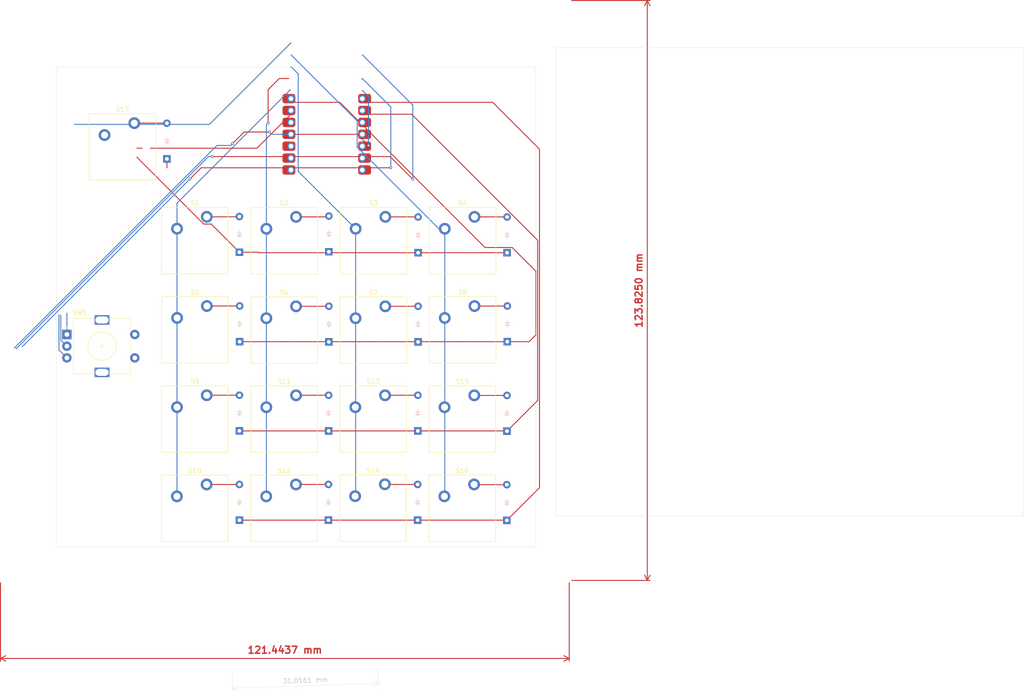
<source format=kicad_pcb>
(kicad_pcb (version 20240108) (generator "pcbnew") (generator_version "8.0")
  (title_block (title "Emre-HackPad") (date "2024-10-04") (company "Kluizenaren"))
  (layers (0 "F.Cu" signal) (31 "B.Cu" signal) (34 "B.Paste" user) (35 "F.Paste" user) (36 "B.SilkS" user "B.Silkscreen") (37 "F.SilkS" user "F.Silkscreen") (38 "B.Mask" user) (39 "F.Mask" user) (44 "Edge.Cuts" user))
  (net 0 "")
  (net 1 "Net-(D1-A)")
  (net 2 "Row0")
  (net 3 "Net-(D2-A)")
  (net 4 "Net-(D3-A)")
  (net 5 "Row1")
  (net 6 "Net-(D5-A)")
  (net 7 "Net-(D6-A)")
  (net 8 "Net-(D7-A)")
  (net 9 "Net-(D8-A)")
  (net 10 "Net-(D9-A)")
  (net 11 "Row2")
  (net 12 "Net-(D10-A)")
  (net 13 "Row3")
  (net 14 "Net-(D11-A)")
  (net 15 "Net-(D12-A)")
  (net 16 "Net-(D13-A)")
  (net 17 "Net-(D14-A)")
  (net 18 "Net-(D15-A)")
  (net 19 "Net-(D16-A)")
  (net 20 "Net-(D17-A)")
  (net 21 "GND")
  (net 22 "Column0")
  (net 23 "Column1")
  (net 24 "Column2")
  (net 25 "Column3")
  (net 26 "Column4")
  (net 27 "Net-(U1-PA6_A10_D10_MOSI)")
  (net 28 "Net-(U1-PA5_A9_D9_MISO)")
  (net 30 "Net-(D4-A)")
  (footprint "ScottoKeebs_MCU:Seeed_XIAO_RP2040" (layer "F.Cu") (at 110.13 59.53125)
    (property "Reference" "U1" (hide yes))
    (property "Value" "Seeed Studio XIAO SAMD21")
    (pad "1" smd roundrect (at -8.065 -7.62) (size 2.75 2) (layers "F.Cu" "F.Paste" "F.Mask") (net 26 "Column4"))
    (pad "1" thru_hole rect (at -7.62 -7.62 90) (size 1.6 1.6) (drill 1) (layers "*.Cu" "*.Mask") (net 26 "Column4"))
    (pad "2" smd roundrect (at -8.065 -5.08) (size 2.75 2) (layers "F.Cu" "F.Paste" "F.Mask") (net 25 "Column3"))
    (pad "2" thru_hole circle (at -7.62 -5.08 90) (size 1.6 1.6) (drill 1) (layers "*.Cu" "*.Mask") (net 25 "Column3"))
    (pad "3" smd roundrect (at -8.065 -2.54) (size 2.75 2) (layers "F.Cu" "F.Paste" "F.Mask") (net 24 "Column2"))
    (pad "3" thru_hole circle (at -7.62 -2.54 90) (size 1.6 1.6) (drill 1) (layers "*.Cu" "*.Mask") (net 24 "Column2"))
    (pad "4" smd roundrect (at -8.065 0) (size 2.75 2) (layers "F.Cu" "F.Paste" "F.Mask") (net 23 "Column1"))
    (pad "4" thru_hole circle (at -7.62 0 90) (size 1.6 1.6) (drill 1) (layers "*.Cu" "*.Mask") (net 23 "Column1"))
    (pad "5" smd roundrect (at -8.065 2.54) (size 2.75 2) (layers "F.Cu" "F.Paste" "F.Mask") (net 22 "Column0"))
    (pad "5" thru_hole circle (at -7.62 2.54 90) (size 1.6 1.6) (drill 1) (layers "*.Cu" "*.Mask") (net 22 "Column0"))
    (pad "6" smd roundrect (at -8.065 5.08) (size 2.75 2) (layers "F.Cu" "F.Paste" "F.Mask") (net 5 "Row1"))
    (pad "6" thru_hole circle (at -7.62 5.08 90) (size 1.6 1.6) (drill 1) (layers "*.Cu" "*.Mask") (net 5 "Row1"))
    (pad "7" smd roundrect (at -8.065 7.62) (size 2.75 2) (layers "F.Cu" "F.Paste" "F.Mask") (net 2 "Row0"))
    (pad "7" thru_hole circle (at -7.62 7.62 90) (size 1.6 1.6) (drill 1) (layers "*.Cu" "*.Mask") (net 2 "Row0"))
    (pad "8" thru_hole circle (at 7.62 7.62 90) (size 1.6 1.6) (drill 1) (layers "*.Cu" "*.Mask") (net 11 "Row2"))
    (pad "8" smd roundrect (at 8.1 7.62) (size 2.75 2) (layers "F.Cu" "F.Paste" "F.Mask") (net 11 "Row2"))
    (pad "9" thru_hole circle (at 7.62 5.08 90) (size 1.6 1.6) (drill 1) (layers "*.Cu" "*.Mask") (net 13 "Row3"))
    (pad "9" smd roundrect (at 8.1 5.08) (size 2.75 2) (layers "F.Cu" "F.Paste" "F.Mask") (net 13 "Row3"))
    (pad "10" thru_hole circle (at 7.62 2.54 90) (size 1.6 1.6) (drill 1) (layers "*.Cu" "*.Mask") (net 28 "Net-(U1-PA5_A9_D9_MISO)"))
    (pad "10" smd roundrect (at 8.1 2.54) (size 2.75 2) (layers "F.Cu" "F.Paste" "F.Mask") (net 28 "Net-(U1-PA5_A9_D9_MISO)"))
    (pad "11" thru_hole circle (at 7.62 0 90) (size 1.6 1.6) (drill 1) (layers "*.Cu" "*.Mask") (net 27 "Net-(U1-PA6_A10_D10_MOSI)"))
    (pad "11" smd roundrect (at 8.1 0) (size 2.75 2) (layers "F.Cu" "F.Paste" "F.Mask") (net 27 "Net-(U1-PA6_A10_D10_MOSI)"))
    (pad "12" thru_hole circle (at 7.62 -2.54 90) (size 1.6 1.6) (drill 1) (layers "*.Cu" "*.Mask"))
    (pad "12" smd roundrect (at 8.1 -2.54) (size 2.75 2) (layers "F.Cu" "F.Paste" "F.Mask"))
    (pad "13" thru_hole circle (at 7.62 -5.08 90) (size 1.6 1.6) (drill 1) (layers "*.Cu" "*.Mask") (net 21 "GND"))
    (pad "13" smd roundrect (at 8.1 -5.08) (size 2.75 2) (layers "F.Cu" "F.Paste" "F.Mask") (net 21 "GND"))
    (pad "14" thru_hole circle (at 7.62 -7.62 90) (size 1.6 1.6) (drill 1) (layers "*.Cu" "*.Mask"))
    (pad "14" smd roundrect (at 8.1 -7.62) (size 2.75 2) (layers "F.Cu" "F.Paste" "F.Mask"))
  )
  (footprint "ScottoKeebs_MX:MX_PCB_1.00u" (layer "F.Cu") (at 139.1092 120.3496)
    (property "Reference" "S15" (at 0 -8 0) (layer "F.SilkS"))
    (property "Value" "Keyswitch")
    (pad "" np_thru_hole circle (at -5.08 0) (size 1.75 1.75) (drill 1.75) (layers "*.Cu" "*.Mask"))
    (pad "" np_thru_hole circle (at 0 0) (size 4 4) (drill 4) (layers "*.Cu" "*.Mask"))
    (pad "" np_thru_hole circle (at 5.08 0) (size 1.75 1.75) (drill 1.75) (layers "*.Cu" "*.Mask"))
    (pad "1" thru_hole circle (at -3.81 -2.54) (size 2.5 2.5) (drill 1.5) (layers "*.Cu" "*.Mask") (net 25 "Column3"))
    (pad "2" thru_hole circle (at 2.54 -5.08) (size 2.5 2.5) (drill 1.5) (layers "*.Cu" "*.Mask") (net 18 "Net-(D15-A)"))
  )
  (footprint "ScottoKeebs_MX:MX_PCB_1.00u" (layer "F.Cu") (at 101.06 120.34)
    (property "Reference" "S11" (at 0 -8 0) (layer "F.SilkS"))
    (property "Value" "Keyswitch")
    (pad "" np_thru_hole circle (at -5.08 0) (size 1.75 1.75) (drill 1.75) (layers "*.Cu" "*.Mask"))
    (pad "" np_thru_hole circle (at 0 0) (size 4 4) (drill 4) (layers "*.Cu" "*.Mask"))
    (pad "" np_thru_hole circle (at 5.08 0) (size 1.75 1.75) (drill 1.75) (layers "*.Cu" "*.Mask"))
    (pad "1" thru_hole circle (at -3.81 -2.54) (size 2.5 2.5) (drill 1.5) (layers "*.Cu" "*.Mask") (net 23 "Column1"))
    (pad "2" thru_hole circle (at 2.54 -5.08) (size 2.5 2.5) (drill 1.5) (layers "*.Cu" "*.Mask") (net 14 "Net-(D11-A)"))
  )
  (footprint "ScottoKeebs_MX:MX_PCB_1.00u" (layer "F.Cu") (at 101.0354 139.38)
    (property "Reference" "S12" (at 0 -8 0) (layer "F.SilkS"))
    (property "Value" "Keyswitch")
    (pad "" np_thru_hole circle (at -5.08 0) (size 1.75 1.75) (drill 1.75) (layers "*.Cu" "*.Mask"))
    (pad "" np_thru_hole circle (at 0 0) (size 4 4) (drill 4) (layers "*.Cu" "*.Mask"))
    (pad "" np_thru_hole circle (at 5.08 0) (size 1.75 1.75) (drill 1.75) (layers "*.Cu" "*.Mask"))
    (pad "1" thru_hole circle (at -3.81 -2.54) (size 2.5 2.5) (drill 1.5) (layers "*.Cu" "*.Mask") (net 23 "Column1"))
    (pad "2" thru_hole circle (at 2.54 -5.08) (size 2.5 2.5) (drill 1.5) (layers "*.Cu" "*.Mask") (net 15 "Net-(D12-A)"))
  )
  (footprint "ScottoKeebs_MX:MX_PCB_1.00u" (layer "F.Cu") (at 81.9846 120.3296)
    (property "Reference" "S9" (at 0 -8 0) (layer "F.SilkS"))
    (property "Value" "Keyswitch")
    (pad "" np_thru_hole circle (at -5.08 0) (size 1.75 1.75) (drill 1.75) (layers "*.Cu" "*.Mask"))
    (pad "" np_thru_hole circle (at 0 0) (size 4 4) (drill 4) (layers "*.Cu" "*.Mask"))
    (pad "" np_thru_hole circle (at 5.08 0) (size 1.75 1.75) (drill 1.75) (layers "*.Cu" "*.Mask"))
    (pad "1" thru_hole circle (at -3.81 -2.54) (size 2.5 2.5) (drill 1.5) (layers "*.Cu" "*.Mask") (net 22 "Column0"))
    (pad "2" thru_hole circle (at 2.54 -5.08) (size 2.5 2.5) (drill 1.5) (layers "*.Cu" "*.Mask") (net 10 "Net-(D9-A)"))
  )
  (footprint "ScottoKeebs_MX:MX_PCB_1.00u" (layer "F.Cu") (at 82.01 101.28)
    (property "Reference" "S5" (at 0 -8 0) (layer "F.SilkS"))
    (property "Value" "Keyswitch")
    (pad "" np_thru_hole circle (at -5.08 0) (size 1.75 1.75) (drill 1.75) (layers "*.Cu" "*.Mask"))
    (pad "" np_thru_hole circle (at 0 0) (size 4 4) (drill 4) (layers "*.Cu" "*.Mask"))
    (pad "" np_thru_hole circle (at 5.08 0) (size 1.75 1.75) (drill 1.75) (layers "*.Cu" "*.Mask"))
    (pad "1" thru_hole circle (at -3.81 -2.54) (size 2.5 2.5) (drill 1.5) (layers "*.Cu" "*.Mask") (net 22 "Column0"))
    (pad "2" thru_hole circle (at 2.54 -5.08) (size 2.5 2.5) (drill 1.5) (layers "*.Cu" "*.Mask") (net 6 "Net-(D5-A)"))
  )
  (footprint "ScottoKeebs_MX:MX_PCB_1.00u" (layer "F.Cu") (at 120.125 82.24)
    (property "Reference" "S3" (at 0 -8 0) (layer "F.SilkS"))
    (property "Value" "Keyswitch")
    (pad "" np_thru_hole circle (at -5.08 0) (size 1.75 1.75) (drill 1.75) (layers "*.Cu" "*.Mask"))
    (pad "" np_thru_hole circle (at 0 0) (size 4 4) (drill 4) (layers "*.Cu" "*.Mask"))
    (pad "" np_thru_hole circle (at 5.08 0) (size 1.75 1.75) (drill 1.75) (layers "*.Cu" "*.Mask"))
    (pad "1" thru_hole circle (at -3.81 -2.54) (size 2.5 2.5) (drill 1.5) (layers "*.Cu" "*.Mask") (net 24 "Column2"))
    (pad "2" thru_hole circle (at 2.54 -5.08) (size 2.5 2.5) (drill 1.5) (layers "*.Cu" "*.Mask") (net 4 "Net-(D3-A)"))
  )
  (footprint "ScottoKeebs_MX:MX_PCB_1.00u" (layer "F.Cu") (at 101.06 101.34)
    (property "Reference" "S6" (at 0 -8 0) (layer "F.SilkS"))
    (property "Value" "Keyswitch")
    (pad "" np_thru_hole circle (at -5.08 0) (size 1.75 1.75) (drill 1.75) (layers "*.Cu" "*.Mask"))
    (pad "" np_thru_hole circle (at 0 0) (size 4 4) (drill 4) (layers "*.Cu" "*.Mask"))
    (pad "" np_thru_hole circle (at 5.08 0) (size 1.75 1.75) (drill 1.75) (layers "*.Cu" "*.Mask"))
    (pad "1" thru_hole circle (at -3.81 -2.54) (size 2.5 2.5) (drill 1.5) (layers "*.Cu" "*.Mask") (net 23 "Column1"))
    (pad "2" thru_hole circle (at 2.54 -5.08) (size 2.5 2.5) (drill 1.5) (layers "*.Cu" "*.Mask") (net 7 "Net-(D6-A)"))
  )
  (footprint "ScottoKeebs_MX:MX_PCB_1.00u" (layer "F.Cu") (at 101.0666 82.2452)
    (property "Reference" "S2" (at 0 -8 0) (layer "F.SilkS"))
    (property "Value" "Keyswitch")
    (pad "" np_thru_hole circle (at -5.08 0) (size 1.75 1.75) (drill 1.75) (layers "*.Cu" "*.Mask"))
    (pad "" np_thru_hole circle (at 0 0) (size 4 4) (drill 4) (layers "*.Cu" "*.Mask"))
    (pad "" np_thru_hole circle (at 5.08 0) (size 1.75 1.75) (drill 1.75) (layers "*.Cu" "*.Mask"))
    (pad "1" thru_hole circle (at -3.81 -2.54) (size 2.5 2.5) (drill 1.5) (layers "*.Cu" "*.Mask") (net 23 "Column1"))
    (pad "2" thru_hole circle (at 2.54 -5.08) (size 2.5 2.5) (drill 1.5) (layers "*.Cu" "*.Mask") (net 3 "Net-(D2-A)"))
  )
  (footprint "ScottoKeebs_MX:MX_PCB_1.00u" (layer "F.Cu") (at 120.0592 120.34)
    (property "Reference" "S13" (at 0 -8 0) (layer "F.SilkS"))
    (property "Value" "Keyswitch")
    (pad "" np_thru_hole circle (at -5.08 0) (size 1.75 1.75) (drill 1.75) (layers "*.Cu" "*.Mask"))
    (pad "" np_thru_hole circle (at 0 0) (size 4 4) (drill 4) (layers "*.Cu" "*.Mask"))
    (pad "" np_thru_hole circle (at 5.08 0) (size 1.75 1.75) (drill 1.75) (layers "*.Cu" "*.Mask"))
    (pad "1" thru_hole circle (at -3.81 -2.54) (size 2.5 2.5) (drill 1.5) (layers "*.Cu" "*.Mask") (net 24 "Column2"))
    (pad "2" thru_hole circle (at 2.54 -5.08) (size 2.5 2.5) (drill 1.5) (layers "*.Cu" "*.Mask") (net 16 "Net-(D13-A)"))
  )
  (footprint "Rotary_Encoder:RotaryEncoder_Alps_EC11E-Switch_Vertical_H20mm" (layer "F.Cu") (at 54.6625 102.275)
    (property "Reference" "SW1" (at 2.8 -4.7 0) (layer "F.SilkS"))
    (property "Value" "RotaryEncoder")
    (pad "A" thru_hole rect (at 0 0) (size 2 2) (drill 1) (layers "*.Cu" "*.Mask") (net 27 "Net-(U1-PA6_A10_D10_MOSI)"))
    (pad "B" thru_hole circle (at 0 5) (size 2 2) (drill 1) (layers "*.Cu" "*.Mask") (net 28 "Net-(U1-PA5_A9_D9_MISO)"))
    (pad "C" thru_hole circle (at 0 2.5) (size 2 2) (drill 1) (layers "*.Cu" "*.Mask") (net 21 "GND"))
    (pad "MP" thru_hole rect (at 7.5 -3.1) (size 3.2 2) (drill oval 2.8 1.5) (layers "*.Cu" "*.Mask"))
    (pad "MP" thru_hole rect (at 7.5 8.1) (size 3.2 2) (drill oval 2.8 1.5) (layers "*.Cu" "*.Mask"))
    (pad "S1" thru_hole circle (at 14.5 5) (size 2 2) (drill 1) (layers "*.Cu" "*.Mask"))
    (pad "S2" thru_hole circle (at 14.5 0) (size 2 2) (drill 1) (layers "*.Cu" "*.Mask"))
  )
  (footprint "ScottoKeebs_MX:MX_PCB_1.00u" (layer "F.Cu") (at 120.0192 139.34)
    (property "Reference" "S14" (at 0 -8 0) (layer "F.SilkS"))
    (property "Value" "Keyswitch")
    (pad "" np_thru_hole circle (at -5.08 0) (size 1.75 1.75) (drill 1.75) (layers "*.Cu" "*.Mask"))
    (pad "" np_thru_hole circle (at 0 0) (size 4 4) (drill 4) (layers "*.Cu" "*.Mask"))
    (pad "" np_thru_hole circle (at 5.08 0) (size 1.75 1.75) (drill 1.75) (layers "*.Cu" "*.Mask"))
    (pad "1" thru_hole circle (at -3.81 -2.54) (size 2.5 2.5) (drill 1.5) (layers "*.Cu" "*.Mask") (net 24 "Column2"))
    (pad "2" thru_hole circle (at 2.54 -5.08) (size 2.5 2.5) (drill 1.5) (layers "*.Cu" "*.Mask") (net 17 "Net-(D14-A)"))
  )
  (footprint "ScottoKeebs_MX:MX_PCB_1.00u" (layer "F.Cu") (at 81.96 139.38)
    (property "Reference" "S10" (at 0 -8 0) (layer "F.SilkS"))
    (property "Value" "Keyswitch")
    (pad "" np_thru_hole circle (at -5.08 0) (size 1.75 1.75) (drill 1.75) (layers "*.Cu" "*.Mask"))
    (pad "" np_thru_hole circle (at 0 0) (size 4 4) (drill 4) (layers "*.Cu" "*.Mask"))
    (pad "" np_thru_hole circle (at 5.08 0) (size 1.75 1.75) (drill 1.75) (layers "*.Cu" "*.Mask"))
    (pad "1" thru_hole circle (at -3.81 -2.54) (size 2.5 2.5) (drill 1.5) (layers "*.Cu" "*.Mask") (net 22 "Column0"))
    (pad "2" thru_hole circle (at 2.54 -5.08) (size 2.5 2.5) (drill 1.5) (layers "*.Cu" "*.Mask") (net 12 "Net-(D10-A)"))
  )
  (footprint "ScottoKeebs_MX:MX_PCB_1.00u" (layer "F.Cu") (at 139.16 82.24)
    (property "Reference" "S4" (at 0 -8 0) (layer "F.SilkS"))
    (property "Value" "Keyswitch")
    (pad "" np_thru_hole circle (at -5.08 0) (size 1.75 1.75) (drill 1.75) (layers "*.Cu" "*.Mask"))
    (pad "" np_thru_hole circle (at 0 0) (size 4 4) (drill 4) (layers "*.Cu" "*.Mask"))
    (pad "" np_thru_hole circle (at 5.08 0) (size 1.75 1.75) (drill 1.75) (layers "*.Cu" "*.Mask"))
    (pad "1" thru_hole circle (at -3.81 -2.54) (size 2.5 2.5) (drill 1.5) (layers "*.Cu" "*.Mask") (net 25 "Column3"))
    (pad "2" thru_hole circle (at 2.54 -5.08) (size 2.5 2.5) (drill 1.5) (layers "*.Cu" "*.Mask") (net 30 "Net-(D4-A)"))
  )
  (footprint "ScottoKeebs_MX:MX_PCB_1.00u" (layer "F.Cu") (at 139.16 101.29)
    (property "Reference" "S8" (at 0 -8 0) (layer "F.SilkS"))
    (property "Value" "Keyswitch")
    (pad "" np_thru_hole circle (at -5.08 0) (size 1.75 1.75) (drill 1.75) (layers "*.Cu" "*.Mask"))
    (pad "" np_thru_hole circle (at 0 0) (size 4 4) (drill 4) (layers "*.Cu" "*.Mask"))
    (pad "" np_thru_hole circle (at 5.08 0) (size 1.75 1.75) (drill 1.75) (layers "*.Cu" "*.Mask"))
    (pad "1" thru_hole circle (at -3.81 -2.54) (size 2.5 2.5) (drill 1.5) (layers "*.Cu" "*.Mask") (net 25 "Column3"))
    (pad "2" thru_hole circle (at 2.54 -5.08) (size 2.5 2.5) (drill 1.5) (layers "*.Cu" "*.Mask") (net 9 "Net-(D8-A)"))
  )
  (footprint "ScottoKeebs_MX:MX_PCB_1.00u" (layer "F.Cu") (at 81.9912 82.2288)
    (property "Reference" "S1" (at 0 -8 0) (layer "F.SilkS"))
    (property "Value" "Keyswitch")
    (pad "" np_thru_hole circle (at -5.08 0) (size 1.75 1.75) (drill 1.75) (layers "*.Cu" "*.Mask"))
    (pad "" np_thru_hole circle (at 0 0) (size 4 4) (drill 4) (layers "*.Cu" "*.Mask"))
    (pad "" np_thru_hole circle (at 5.08 0) (size 1.75 1.75) (drill 1.75) (layers "*.Cu" "*.Mask"))
    (pad "1" thru_hole circle (at -3.81 -2.54) (size 2.5 2.5) (drill 1.5) (layers "*.Cu" "*.Mask") (net 22 "Column0"))
    (pad "2" thru_hole circle (at 2.54 -5.08) (size 2.5 2.5) (drill 1.5) (layers "*.Cu" "*.Mask") (net 1 "Net-(D1-A)"))
  )
  (footprint "ScottoKeebs_MX:MX_PCB_1.00u" (layer "F.Cu") (at 120.11 101.34)
    (property "Reference" "S7" (at 0 -8 0) (layer "F.SilkS"))
    (property "Value" "Keyswitch")
    (pad "" np_thru_hole circle (at -5.08 0) (size 1.75 1.75) (drill 1.75) (layers "*.Cu" "*.Mask"))
    (pad "" np_thru_hole circle (at 0 0) (size 4 4) (drill 4) (layers "*.Cu" "*.Mask"))
    (pad "" np_thru_hole circle (at 5.08 0) (size 1.75 1.75) (drill 1.75) (layers "*.Cu" "*.Mask"))
    (pad "1" thru_hole circle (at -3.81 -2.54) (size 2.5 2.5) (drill 1.5) (layers "*.Cu" "*.Mask") (net 24 "Column2"))
    (pad "2" thru_hole circle (at 2.54 -5.08) (size 2.5 2.5) (drill 1.5) (layers "*.Cu" "*.Mask") (net 8 "Net-(D7-A)"))
  )
  (footprint "ScottoKeebs_MX:MX_PCB_1.00u" (layer "F.Cu") (at 139.0692 139.375)
    (property "Reference" "S16" (at 0 -8 0) (layer "F.SilkS"))
    (property "Value" "Keyswitch")
    (pad "" np_thru_hole circle (at -5.08 0) (size 1.75 1.75) (drill 1.75) (layers "*.Cu" "*.Mask"))
    (pad "" np_thru_hole circle (at 0 0) (size 4 4) (drill 4) (layers "*.Cu" "*.Mask"))
    (pad "" np_thru_hole circle (at 5.08 0) (size 1.75 1.75) (drill 1.75) (layers "*.Cu" "*.Mask"))
    (pad "1" thru_hole circle (at -3.81 -2.54) (size 2.5 2.5) (drill 1.5) (layers "*.Cu" "*.Mask") (net 25 "Column3"))
    (pad "2" thru_hole circle (at 2.54 -5.08) (size 2.5 2.5) (drill 1.5) (layers "*.Cu" "*.Mask") (net 19 "Net-(D16-A)"))
  )
  (footprint "ScottoKeebs_MX:MX_PCB_1.00u" (layer "F.Cu") (at 66.51625 62.23)
    (property "Reference" "S17" (at 0 -8 0) (layer "F.SilkS"))
    (property "Value" "Keyswitch")
    (pad "" np_thru_hole circle (at -5.08 0) (size 1.75 1.75) (drill 1.75) (layers "*.Cu" "*.Mask"))
    (pad "" np_thru_hole circle (at 0 0) (size 4 4) (drill 4) (layers "*.Cu" "*.Mask"))
    (pad "" np_thru_hole circle (at 5.08 0) (size 1.75 1.75) (drill 1.75) (layers "*.Cu" "*.Mask"))
    (pad "1" thru_hole circle (at -3.81 -2.54) (size 2.5 2.5) (drill 1.5) (layers "*.Cu" "*.Mask") (net 26 "Column4"))
    (pad "2" thru_hole circle (at 2.54 -5.08) (size 2.5 2.5) (drill 1.5) (layers "*.Cu" "*.Mask") (net 20 "Net-(D17-A)"))
  )
  (footprint "ScottoKeebs_Components:Diode_DO-35" (layer "B.Cu") (at 148.6 141.96 90)
    (property "Reference" "D16" (hide yes))
    (property "Value" "Diode" (hide yes))
    (pad "1" thru_hole rect (at 0 0 90) (size 1.6 1.6) (drill 0.8) (layers "*.Cu" "*.Mask") (net 13 "Row3"))
    (pad "2" thru_hole oval (at 7.62 0 90) (size 1.6 1.6) (drill 0.8) (layers "*.Cu" "*.Mask") (net 19 "Net-(D16-A)"))
  )
  (footprint "ScottoKeebs_Components:Diode_DO-35" (layer "B.Cu") (at 129.6 122.87 90)
    (property "Reference" "D13" (hide yes))
    (property "Value" "Diode" (hide yes))
    (pad "1" thru_hole rect (at 0 0 90) (size 1.6 1.6) (drill 0.8) (layers "*.Cu" "*.Mask") (net 11 "Row2"))
    (pad "2" thru_hole oval (at 7.62 0 90) (size 1.6 1.6) (drill 0.8) (layers "*.Cu" "*.Mask") (net 16 "Net-(D13-A)"))
  )
  (footprint "ScottoKeebs_Components:Diode_DO-35" (layer "B.Cu") (at 76.01885 64.7876 90)
    (property "Reference" "D17" (hide yes))
    (property "Value" "Diode" (hide yes))
    (pad "1" thru_hole rect (at 0 0 90) (size 1.6 1.6) (drill 0.8) (layers "*.Cu" "*.Mask") (net 2 "Row0"))
    (pad "2" thru_hole oval (at 7.62 0 90) (size 1.6 1.6) (drill 0.8) (layers "*.Cu" "*.Mask") (net 20 "Net-(D17-A)"))
  )
  (footprint "ScottoKeebs_Components:Diode_DO-35" (layer "B.Cu") (at 110.55 122.87 90)
    (property "Reference" "D11" (hide yes))
    (property "Value" "Diode" (hide yes))
    (pad "1" thru_hole rect (at 0 0 90) (size 1.6 1.6) (drill 0.8) (layers "*.Cu" "*.Mask") (net 11 "Row2"))
    (pad "2" thru_hole oval (at 7.62 0 90) (size 1.6 1.6) (drill 0.8) (layers "*.Cu" "*.Mask") (net 14 "Net-(D11-A)"))
  )
  (footprint "ScottoKeebs_Components:Diode_DO-35" (layer "B.Cu") (at 129.65 103.86 90)
    (property "Reference" "D7" (hide yes))
    (property "Value" "Diode" (hide yes))
    (pad "1" thru_hole rect (at 0 0 90) (size 1.6 1.6) (drill 0.8) (layers "*.Cu" "*.Mask") (net 5 "Row1"))
    (pad "2" thru_hole oval (at 7.62 0 90) (size 1.6 1.6) (drill 0.8) (layers "*.Cu" "*.Mask") (net 8 "Net-(D7-A)"))
  )
  (footprint "ScottoKeebs_Components:Diode_DO-35" (layer "B.Cu") (at 91.5 122.86 90)
    (property "Reference" "D9" (hide yes))
    (property "Value" "Diode" (hide yes))
    (pad "1" thru_hole rect (at 0 0 90) (size 1.6 1.6) (drill 0.8) (layers "*.Cu" "*.Mask") (net 11 "Row2"))
    (pad "2" thru_hole oval (at 7.62 0 90) (size 1.6 1.6) (drill 0.8) (layers "*.Cu" "*.Mask") (net 10 "Net-(D9-A)"))
  )
  (footprint "ScottoKeebs_Components:Diode_DO-35" (layer "B.Cu") (at 91.55 103.81 90)
    (property "Reference" "D5" (hide yes))
    (property "Value" "Diode" (hide yes))
    (pad "1" thru_hole rect (at 0 0 90) (size 1.6 1.6) (drill 0.8) (layers "*.Cu" "*.Mask") (net 5 "Row1"))
    (pad "2" thru_hole oval (at 7.62 0 90) (size 1.6 1.6) (drill 0.8) (layers "*.Cu" "*.Mask") (net 6 "Net-(D5-A)"))
  )
  (footprint "ScottoKeebs_Components:Diode_DO-35" (layer "B.Cu") (at 91.5 84.71 90)
    (property "Reference" "D1" (hide yes))
    (property "Value" "Diode" (hide yes))
    (pad "1" thru_hole rect (at 0 0 90) (size 1.6 1.6) (drill 0.8) (layers "*.Cu" "*.Mask") (net 2 "Row0"))
    (pad "2" thru_hole oval (at 7.62 0 90) (size 1.6 1.6) (drill 0.8) (layers "*.Cu" "*.Mask") (net 1 "Net-(D1-A)"))
  )
  (footprint "ScottoKeebs_Components:Diode_DO-35" (layer "B.Cu") (at 148.7 103.81 90)
    (property "Reference" "D8" (hide yes))
    (property "Value" "Diode" (hide yes))
    (pad "1" thru_hole rect (at 0 0 90) (size 1.6 1.6) (drill 0.8) (layers "*.Cu" "*.Mask") (net 5 "Row1"))
    (pad "2" thru_hole oval (at 7.62 0 90) (size 1.6 1.6) (drill 0.8) (layers "*.Cu" "*.Mask") (net 9 "Net-(D8-A)"))
  )
  (footprint "ScottoKeebs_Components:Diode_DO-35" (layer "B.Cu") (at 91.5 141.92 90)
    (property "Reference" "D10" (hide yes))
    (property "Value" "Diode" (hide yes))
    (pad "1" thru_hole rect (at 0 0 90) (size 1.6 1.6) (drill 0.8) (layers "*.Cu" "*.Mask") (net 13 "Row3"))
    (pad "2" thru_hole oval (at 7.62 0 90) (size 1.6 1.6) (drill 0.8) (layers "*.Cu" "*.Mask") (net 12 "Net-(D10-A)"))
  )
  (footprint "ScottoKeebs_Components:Diode_DO-35" (layer "B.Cu") (at 148.65 84.81 90)
    (property "Reference" "D4" (hide yes))
    (property "Value" "Diode" (hide yes))
    (pad "1" thru_hole rect (at 0 0 90) (size 1.6 1.6) (drill 0.8) (layers "*.Cu" "*.Mask") (net 2 "Row0"))
    (pad "2" thru_hole oval (at 7.62 0 90) (size 1.6 1.6) (drill 0.8) (layers "*.Cu" "*.Mask") (net 30 "Net-(D4-A)"))
  )
  (footprint "ScottoKeebs_Components:Diode_DO-35" (layer "B.Cu") (at 110.6 103.86 90)
    (property "Reference" "D6" (hide yes))
    (property "Value" "Diode" (hide yes))
    (pad "1" thru_hole rect (at 0 0 90) (size 1.6 1.6) (drill 0.8) (layers "*.Cu" "*.Mask") (net 5 "Row1"))
    (pad "2" thru_hole oval (at 7.62 0 90) (size 1.6 1.6) (drill 0.8) (layers "*.Cu" "*.Mask") (net 7 "Net-(D6-A)"))
  )
  (footprint "ScottoKeebs_Components:Diode_DO-35" (layer "B.Cu") (at 129.65 84.81 90)
    (property "Reference" "D3" (hide yes))
    (property "Value" "Diode" (hide yes))
    (pad "1" thru_hole rect (at 0 0 90) (size 1.6 1.6) (drill 0.8) (layers "*.Cu" "*.Mask") (net 2 "Row0"))
    (pad "2" thru_hole oval (at 7.62 0 90) (size 1.6 1.6) (drill 0.8) (layers "*.Cu" "*.Mask") (net 4 "Net-(D3-A)"))
  )
  (footprint "ScottoKeebs_Components:Diode_DO-35" (layer "B.Cu") (at 110.6 84.61 90)
    (property "Reference" "D2" (hide yes))
    (property "Value" "Diode" (hide yes))
    (pad "1" thru_hole rect (at 0 0 90) (size 1.6 1.6) (drill 0.8) (layers "*.Cu" "*.Mask") (net 2 "Row0"))
    (pad "2" thru_hole oval (at 7.62 0 90) (size 1.6 1.6) (drill 0.8) (layers "*.Cu" "*.Mask") (net 3 "Net-(D2-A)"))
  )
  (footprint "ScottoKeebs_Components:Diode_DO-35" (layer "B.Cu") (at 129.55 141.91 90)
    (property "Reference" "D14" (hide yes))
    (property "Value" "Diode" (hide yes))
    (pad "1" thru_hole rect (at 0 0 90) (size 1.6 1.6) (drill 0.8) (layers "*.Cu" "*.Mask") (net 13 "Row3"))
    (pad "2" thru_hole oval (at 7.62 0 90) (size 1.6 1.6) (drill 0.8) (layers "*.Cu" "*.Mask") (net 17 "Net-(D14-A)"))
  )
  (footprint "ScottoKeebs_Components:Diode_DO-35" (layer "B.Cu") (at 148.6292 122.91 90)
    (property "Reference" "D15" (hide yes))
    (property "Value" "Diode" (hide yes))
    (pad "1" thru_hole rect (at 0 0 90) (size 1.6 1.6) (drill 0.8) (layers "*.Cu" "*.Mask") (net 11 "Row2"))
    (pad "2" thru_hole oval (at 7.62 0 90) (size 1.6 1.6) (drill 0.8) (layers "*.Cu" "*.Mask") (net 18 "Net-(D15-A)"))
  )
  (footprint "ScottoKeebs_Components:Diode_DO-35" (layer "B.Cu") (at 110.5 141.91 90)
    (property "Reference" "D12" (hide yes))
    (property "Value" "Diode" (hide yes))
    (pad "1" thru_hole rect (at 0 0 90) (size 1.6 1.6) (drill 0.8) (layers "*.Cu" "*.Mask") (net 13 "Row3"))
    (pad "2" thru_hole oval (at 7.62 0 90) (size 1.6 1.6) (drill 0.8) (layers "*.Cu" "*.Mask") (net 15 "Net-(D12-A)"))
  )
  (gr_rect (start 159 41) (end 259 141) (stroke (width 0.05)) (fill none) (layer "Edge.Cuts"))
  (gr_rect (start 52.3875 45.24375) (end 154.78125 147.6375) (stroke (width 0.05)) (fill none) (layer "Edge.Cuts"))
  (dimension (type aligned) (layer "F.Cu") (pts (xy 161.925 30.95625) (xy 161.925 154.78125)) (height -16.66875) (gr_text "123,8250 mm" (at 176.79375 92.86875 90) (layer "F.Cu") (effects (font (size 1.5 1.5) (thickness 0.3)))) (format (prefix "") (suffix "") (units 3) (units_format 1) (precision 4)) (style (thickness 0.2) (arrow_length 1.27) (text_position_mode 0) (extension_height 0.58642) (extension_offset 0.5) keep_text_aligned))
  (dimension (type aligned) (layer "F.Cu") (pts (xy 161.925 154.78125) (xy 40.48125 154.78125)) (height -16.66875) (gr_text "121,4437 mm" (at 101.203125 169.65 0) (layer "F.Cu") (effects (font (size 1.5 1.5) (thickness 0.3)))) (format (prefix "") (suffix "") (units 3) (units_format 1) (precision 4)) (style (thickness 0.2) (arrow_length 1.27) (text_position_mode 0) (extension_height 0.58642) (extension_offset 0.5) keep_text_aligned))
  (dimension (type aligned) (layer "Edge.Cuts") (pts (xy 121 173) (xy 90 174)) (height -3.772392) (gr_text "31,0161 mm" (at 105.58455 176.121029 1.847610266) (layer "Edge.Cuts") (effects (font (size 1 1) (thickness 0.15)))) (format (prefix "") (suffix "") (units 3) (units_format 1) (precision 4)) (style (thickness 0.05) (arrow_length 1.27) (text_position_mode 0) (extension_height 0.58642) (extension_offset 0.5) keep_text_aligned))
  (segment (start 84.5312 77.1488) (end 91.4412 77.1488) (width 0.2) (layer "F.Cu") (net 1))
  (segment (start 91.4412 77.1488) (end 91.5 77.09) (width 0.2) (layer "F.Cu") (net 1))
  (segment (start 91.4412 77.1488) (end 91.5 77.09) (width 0.2) (layer "B.Cu") (net 1))
  (segment (start 85.4888 78.6988) (end 83.889168 78.6988) (width 0.2) (layer "F.Cu") (net 2))
  (segment (start 95.46 84.71) (end 91.5 84.71) (width 0.2) (layer "F.Cu") (net 2))
  (segment (start 102.966346 55.245) (end 102.065 55.245) (width 0.2) (layer "F.Cu") (net 2))
  (segment (start 95.56 84.81) (end 95.46 84.71) (width 0.2) (layer "F.Cu") (net 2))
  (segment (start 95.2474 62.5076) (end 102.51 55.245) (width 0.2) (layer "F.Cu") (net 2))
  (segment (start 148.65 84.81) (end 95.56 84.81) (width 0.2) (layer "F.Cu") (net 2))
  (segment (start 69.6026 62.5076) (end 95.2474 62.5076) (width 0.2) (layer "F.Cu") (net 2))
  (segment (start 83.889168 78.6988) (end 69.6026 64.412232) (width 0.2) (layer "F.Cu") (net 2))
  (segment (start 91.5 84.71) (end 85.4888 78.6988) (width 0.2) (layer "F.Cu") (net 2))
  (segment (start 76.01885 66.692232) (end 76.01885 64.7876) (width 0.2) (layer "F.Cu") (net 2))
  (segment (start 110.4248 77.1652) (end 110.6 76.99) (width 0.2) (layer "F.Cu") (net 3))
  (segment (start 103.6066 77.1652) (end 110.4248 77.1652) (width 0.2) (layer "F.Cu") (net 3))
  (segment (start 103.6348 77.1652) (end 103.81 76.99) (width 0.2) (layer "B.Cu") (net 3))
  (segment (start 103.6066 77.1652) (end 103.6348 77.1652) (width 0.2) (layer "B.Cu") (net 3))
  (segment (start 110.4248 77.1652) (end 110.6 76.99) (width 0.2) (layer "B.Cu") (net 3))
  (segment (start 122.665 77.16) (end 129.62 77.16) (width 0.2) (layer "F.Cu") (net 4))
  (segment (start 129.62 77.16) (end 129.65 77.19) (width 0.2) (layer "F.Cu") (net 4))
  (segment (start 122.665 77.145) (end 123.12 77.6) (width 0.2) (layer "B.Cu") (net 4))
  (segment (start 129.24 77.6) (end 129.65 77.19) (width 0.2) (layer "B.Cu") (net 4))
  (segment (start 129.455 77.145) (end 129.5 77.19) (width 0.2) (layer "B.Cu") (net 4))
  (segment (start 148.7 103.81) (end 153.365 103.81) (width 0.2) (layer "F.Cu") (net 5))
  (segment (start 102.51 52.705) (end 102.038642 52.705) (width 0.2) (layer "F.Cu") (net 5))
  (segment (start 112.948402 52.705) (end 102.065 52.705) (width 0.2) (layer "F.Cu") (net 5))
  (segment (start 154.78125 102.39375) (end 154.78125 88.74125) (width 0.2) (layer "F.Cu") (net 5))
  (segment (start 149.75 83.71) (end 143.953402 83.71) (width 0.2) (layer "F.Cu") (net 5))
  (segment (start 153.365 103.81) (end 154.78125 102.39375) (width 0.2) (layer "F.Cu") (net 5))
  (segment (start 154.78125 88.74125) (end 149.75 83.71) (width 0.2) (layer "F.Cu") (net 5))
  (segment (start 143.953402 83.71) (end 112.948402 52.705) (width 0.2) (layer "F.Cu") (net 5))
  (segment (start 91.55 103.81) (end 148.7 103.81) (width 0.2) (layer "F.Cu") (net 5))
  (segment (start 91.55 96.19) (end 84.56 96.19) (width 0.2) (layer "F.Cu") (net 6))
  (segment (start 84.56 96.19) (end 84.55 96.2) (width 0.2) (layer "F.Cu") (net 6))
  (segment (start 91.54 96.2) (end 91.55 96.19) (width 0.2) (layer "B.Cu") (net 6))
  (segment (start 103.6 96.26) (end 110.58 96.26) (width 0.2) (layer "F.Cu") (net 7))
  (segment (start 110.58 96.26) (end 110.6 96.24) (width 0.2) (layer "F.Cu") (net 7))
  (segment (start 110.58 96.26) (end 110.6 96.24) (width 0.2) (layer "B.Cu") (net 7))
  (segment (start 129.63 96.26) (end 129.65 96.24) (width 0.2) (layer "F.Cu") (net 8))
  (segment (start 122.65 96.26) (end 129.63 96.26) (width 0.2) (layer "F.Cu") (net 8))
  (segment (start 129.63 96.26) (end 129.65 96.24) (width 0.2) (layer "B.Cu") (net 8))
  (segment (start 148.68 96.21) (end 148.7 96.19) (width 0.2) (layer "F.Cu") (net 9))
  (segment (start 141.7 96.21) (end 148.68 96.21) (width 0.2) (layer "F.Cu") (net 9))
  (segment (start 148.68 96.21) (end 148.7 96.19) (width 0.2) (layer "B.Cu") (net 9))
  (segment (start 84.5342 115.24) (end 84.5246 115.2496) (width 0.2) (layer "F.Cu") (net 10))
  (segment (start 91.5 115.24) (end 84.5342 115.24) (width 0.2) (layer "F.Cu") (net 10))
  (segment (start 84.5342 115.24) (end 84.5246 115.2496) (width 0.2) (layer "B.Cu") (net 10))
  (segment (start 155.18125 116.35795) (end 155.18125 82.165615) (width 0.2) (layer "F.Cu") (net 11))
  (segment (start 91.5 122.86) (end 148.5792 122.86) (width 0.2) (layer "F.Cu") (net 11))
  (segment (start 148.5792 122.86) (end 148.6292 122.91) (width 0.2) (layer "F.Cu") (net 11))
  (segment (start 148.6292 122.91) (end 155.18125 116.35795) (width 0.2) (layer "F.Cu") (net 11))
  (segment (start 155.18125 82.165615) (end 128.260635 55.245) (width 0.2) (layer "F.Cu") (net 11))
  (segment (start 128.260635 55.245) (end 117.75 55.245) (width 0.2) (layer "F.Cu") (net 11))
  (segment (start 91.5 134.3) (end 84.5 134.3) (width 0.2) (layer "F.Cu") (net 12))
  (segment (start 155.58125 134.97875) (end 155.58125 62.7125) (width 0.2) (layer "F.Cu") (net 13))
  (segment (start 145.57375 52.705) (end 118.23 52.705) (width 0.2) (layer "F.Cu") (net 13))
  (segment (start 117.75 52.705) (end 118.88137 52.705) (width 0.2) (layer "F.Cu") (net 13))
  (segment (start 91.5 141.92) (end 148.56 141.92) (width 0.2) (layer "F.Cu") (net 13))
  (segment (start 148.56 141.92) (end 148.6 141.96) (width 0.2) (layer "F.Cu") (net 13))
  (segment (start 155.58125 62.7125) (end 145.57375 52.705) (width 0.2) (layer "F.Cu") (net 13))
  (segment (start 148.6 141.96) (end 155.58125 134.97875) (width 0.2) (layer "F.Cu") (net 13))
  (segment (start 103.61 115.25) (end 103.6 115.26) (width 0.2) (layer "F.Cu") (net 14))
  (segment (start 110.55 115.25) (end 103.61 115.25) (width 0.2) (layer "F.Cu") (net 14))
  (segment (start 103.61 115.25) (end 103.6 115.26) (width 0.2) (layer "B.Cu") (net 14))
  (segment (start 110.5 134.29) (end 103.5854 134.29) (width 0.2) (layer "F.Cu") (net 15))
  (segment (start 103.5854 134.29) (end 103.5754 134.3) (width 0.2) (layer "F.Cu") (net 15))
  (segment (start 103.5854 134.29) (end 103.5754 134.3) (width 0.2) (layer "B.Cu") (net 15))
  (segment (start 122.6092 115.25) (end 122.5992 115.26) (width 0.2) (layer "F.Cu") (net 16))
  (segment (start 129.6 115.25) (end 122.6092 115.25) (width 0.2) (layer "F.Cu") (net 16))
  (segment (start 129.59 115.26) (end 129.6 115.25) (width 0.2) (layer "B.Cu") (net 16))
  (segment (start 129.55 134.29) (end 122.5892 134.29) (width 0.2) (layer "F.Cu") (net 17))
  (segment (start 122.5892 134.29) (end 122.5592 134.26) (width 0.2) (layer "F.Cu") (net 17))
  (segment (start 122.5892 134.29) (end 122.5592 134.26) (width 0.2) (layer "B.Cu") (net 17))
  (segment (start 141.6696 115.29) (end 141.6492 115.2696) (width 0.2) (layer "F.Cu") (net 18))
  (segment (start 148.6292 115.29) (end 141.6696 115.29) (width 0.2) (layer "F.Cu") (net 18))
  (segment (start 141.6696 115.29) (end 141.6492 115.2696) (width 0.2) (layer "B.Cu") (net 18))
  (segment (start 141.6542 134.34) (end 141.6092 134.295) (width 0.2) (layer "F.Cu") (net 19))
  (segment (start 148.6 134.34) (end 141.6542 134.34) (width 0.2) (layer "F.Cu") (net 19))
  (segment (start 141.6542 134.34) (end 141.6092 134.295) (width 0.2) (layer "B.Cu") (net 19))
  (segment (start 69.05625 57.15) (end 76.00125 57.15) (width 0.2) (layer "F.Cu") (net 20))
  (segment (start 76.00125 57.15) (end 76.01885 57.1676) (width 0.2) (layer "F.Cu") (net 20))
  (segment (start 56.29 57.41) (end 85.105 57.41) (width 0.2) (layer "B.Cu") (net 20))
  (segment (start 76.00125 57.15) (end 76.01885 57.1676) (width 0.2) (layer "B.Cu") (net 20))
  (segment (start 85.105 57.41) (end 102.51 40.005) (width 0.2) (layer "B.Cu") (net 20))
  (segment (start 123.688622 64.29375) (end 128.519311 69.124439) (width 0.2) (layer "F.Cu") (net 21))
  (segment (start 85.725 64.29375) (end 123.688622 64.29375) (width 0.2) (layer "F.Cu") (net 21))
  (via (at 128.519311 69.124439) (size 0.6) (drill 0.3) (layers "F.Cu" "B.Cu") (net 21))
  (via (at 85.725 64.29375) (size 0.6) (drill 0.3) (layers "F.Cu" "B.Cu") (net 21))
  (segment (start 128.519311 69.124439) (end 128.519311 53.314311) (width 0.2) (layer "B.Cu") (net 21))
  (segment (start 54.6625 104.775) (end 53.3625 103.475) (width 0.2) (layer "B.Cu") (net 21))
  (segment (start 53.3625 103.475) (end 53.3625 98.188971) (width 0.2) (layer "B.Cu") (net 21))
  (segment (start 84.876471 64.29375) (end 85.725 64.29375) (width 0.2) (layer "B.Cu") (net 21))
  (segment (start 43.8375 105.332721) (end 84.876471 64.29375) (width 0.2) (layer "B.Cu") (net 21))
  (segment (start 128.519311 53.314311) (end 117.75 42.545) (width 0.2) (layer "B.Cu") (net 21))
  (segment (start 78.1812 136.8088) (end 78.15 136.84) (width 0.2) (layer "B.Cu") (net 22))
  (segment (start 78.1812 79.6888) (end 78.1812 74.2188) (width 0.2) (layer "B.Cu") (net 22))
  (segment (start 78.1812 79.6888) (end 78.1812 136.8088) (width 0.2) (layer "B.Cu") (net 22))
  (segment (start 78.1812 74.2188) (end 102.39375 50.00625) (width 0.2) (layer "B.Cu") (net 22))
  (segment (start 100.0125 47.625) (end 102.065 47.625) (width 0.2) (layer "F.Cu") (net 23))
  (segment (start 97.63125 50.00625) (end 100.0125 47.625) (width 0.2) (layer "F.Cu") (net 23))
  (segment (start 97.63125 57.15) (end 97.63125 50.00625) (width 0.2) (layer "F.Cu") (net 23))
  (via (at 97.63125 57.15) (size 0.6) (drill 0.3) (layers "F.Cu" "B.Cu") (net 23))
  (segment (start 97.2566 79.7052) (end 97.2566 80.58785) (width 0.2) (layer "B.Cu") (net 23))
  (segment (start 97.2566 79.7052) (end 97.2566 57.52465) (width 0.2) (layer "B.Cu") (net 23))
  (segment (start 97.2566 57.52465) (end 97.63125 57.15) (width 0.2) (layer "B.Cu") (net 23))
  (segment (start 97.2566 136.8088) (end 97.2254 136.84) (width 0.2) (layer "B.Cu") (net 23))
  (segment (start 97.2566 79.7052) (end 97.2566 136.8088) (width 0.2) (layer "B.Cu") (net 23))
  (segment (start 97.2566 80.58785) (end 97.63125 80.9625) (width 0.2) (layer "B.Cu") (net 23))
  (segment (start 116.315 79.7) (end 116.315 136.6942) (width 0.2) (layer "B.Cu") (net 24))
  (segment (start 116.315 79.7) (end 104.065635 67.450635) (width 0.2) (layer "B.Cu") (net 24))
  (segment (start 104.065635 67.450635) (end 104.065635 46.640635) (width 0.2) (layer "B.Cu") (net 24))
  (segment (start 116.315 136.6942) (end 116.2092 136.8) (width 0.2) (layer "B.Cu") (net 24))
  (segment (start 104.065635 46.640635) (end 102.51 45.085) (width 0.2) (layer "B.Cu") (net 24))
  (segment (start 135.35 80.9625) (end 135.35 136.7442) (width 0.2) (layer "B.Cu") (net 25))
  (segment (start 135.35 80.9625) (end 116.65 62.2625) (width 0.2) (layer "B.Cu") (net 25))
  (segment (start 116.65 62.2625) (end 116.65 56.685) (width 0.2) (layer "B.Cu") (net 25))
  (segment (start 135.35 79.7) (end 135.35 80.9625) (width 0.2) (layer "B.Cu") (net 25))
  (segment (start 116.65 56.685) (end 102.51 42.545) (width 0.2) (layer "B.Cu") (net 25))
  (segment (start 135.35 136.7442) (end 135.2592 136.835) (width 0.2) (layer "B.Cu") (net 25))
  (segment (start 80.9625 69.05625) (end 83.34375 66.675) (width 0.2) (layer "F.Cu") (net 27))
  (segment (start 83.34375 66.675) (end 123.825 66.675) (width 0.2) (layer "F.Cu") (net 27))
  (via (at 80.9625 69.05625) (size 0.6) (drill 0.3) (layers "F.Cu" "B.Cu") (net 27))
  (via (at 123.825 66.675) (size 0.6) (drill 0.3) (layers "F.Cu" "B.Cu") (net 27))
  (segment (start 54.6625 102.275) (end 54.6625 97.7375) (width 0.2) (layer "B.Cu") (net 27))
  (segment (start 123.825 53.7) (end 117.75 47.625) (width 0.2) (layer "B.Cu") (net 27))
  (segment (start 45.1375 104.88125) (end 80.9625 69.05625) (width 0.2) (layer "B.Cu") (net 27))
  (segment (start 117.75 47.625) (end 117.72 47.625) (width 0.2) (layer "B.Cu") (net 27))
  (segment (start 117.72 47.625) (end 117.65 47.695) (width 0.2) (layer "B.Cu") (net 27))
  (segment (start 123.825 66.675) (end 123.825 53.7) (width 0.2) (layer "B.Cu") (net 27))
  (segment (start 92.501598 59.049872) (end 97.8566 59.049872) (width 0.2) (layer "F.Cu") (net 28))
  (segment (start 102.39375 59.53125) (end 116.68125 59.53125) (width 0.2) (layer "F.Cu") (net 28))
  (segment (start 90.063235 61.488235) (end 92.501598 59.049872) (width 0.2) (layer "F.Cu") (net 28))
  (segment (start 116.68125 59.53125) (end 119.0625 61.9125) (width 0.2) (layer "F.Cu") (net 28))
  (via (at 90.063235 61.488235) (size 0.6) (drill 0.3) (layers "F.Cu" "B.Cu") (net 28))
  (via (at 102.39375 59.53125) (size 0.6) (drill 0.3) (layers "F.Cu" "B.Cu") (net 28))
  (via (at 97.8566 59.049872) (size 0.6) (drill 0.3) (layers "F.Cu" "B.Cu") (net 28))
  (via (at 119.0625 61.9125) (size 0.6) (drill 0.3) (layers "F.Cu" "B.Cu") (net 28))
  (segment (start 54.6625 107.275) (end 52.9625 105.575) (width 0.2) (layer "B.Cu") (net 28))
  (segment (start 52.9625 105.575) (end 52.9625 98.023285) (width 0.2) (layer "B.Cu") (net 28))
  (segment (start 88.10625 61.9076) (end 89.64387 61.9076) (width 0.2) (layer "B.Cu") (net 28))
  (segment (start 97.8566 59.049872) (end 98.337978 59.53125) (width 0.2) (layer "B.Cu") (net 28))
  (segment (start 43.4375 105.167035) (end 86.692035 61.9125) (width 0.2) (layer "B.Cu") (net 28))
  (segment (start 119.0625 61.9125) (end 119.0625 51.4775) (width 0.2) (layer "B.Cu") (net 28))
  (segment (start 89.64387 61.9076) (end 90.063235 61.488235) (width 0.2) (layer "B.Cu") (net 28))
  (segment (start 119.0625 51.4775) (end 117.75 50.165) (width 0.2) (layer "B.Cu") (net 28))
  (segment (start 98.337978 59.53125) (end 102.39375 59.53125) (width 0.2) (layer "B.Cu") (net 28))
  (segment (start 88.10625 61.9125) (end 88.10625 61.9076) (width 0.2) (layer "B.Cu") (net 28))
  (segment (start 86.692035 61.9125) (end 88.10625 61.9125) (width 0.2) (layer "B.Cu") (net 28))
  (segment (start 141.7 77.16) (end 148.62 77.16) (width 0.2) (layer "F.Cu") (net 30))
  (segment (start 148.62 77.16) (end 148.65 77.19) (width 0.2) (layer "F.Cu") (net 30))
  (segment (start 148.62 77.16) (end 148.65 77.19) (width 0.2) (layer "B.Cu") (net 30))
)
</source>
